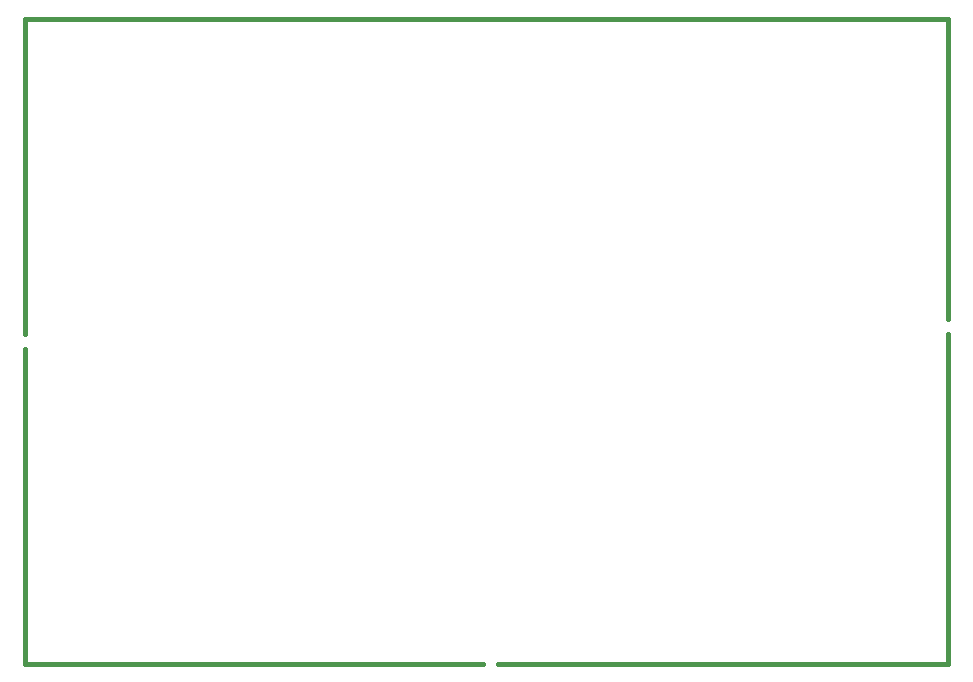
<source format=gbr>
G04 (created by PCBNEW (2013-mar-13)-testing) date jue 13 jun 2013 03:29:35 CEST*
%MOIN*%
G04 Gerber Fmt 3.4, Leading zero omitted, Abs format*
%FSLAX34Y34*%
G01*
G70*
G90*
G04 APERTURE LIST*
%ADD10C,0.003937*%
%ADD11C,0.015000*%
G04 APERTURE END LIST*
G54D10*
G54D11*
X80250Y-27250D02*
X80250Y-37250D01*
X49500Y-27250D02*
X49500Y-37750D01*
X49500Y-48750D02*
X64750Y-48750D01*
X80250Y-48750D02*
X65250Y-48750D01*
X80250Y-48750D02*
X80250Y-37750D01*
X49500Y-48750D02*
X49500Y-38250D01*
X49500Y-27250D02*
X80250Y-27250D01*
M02*

</source>
